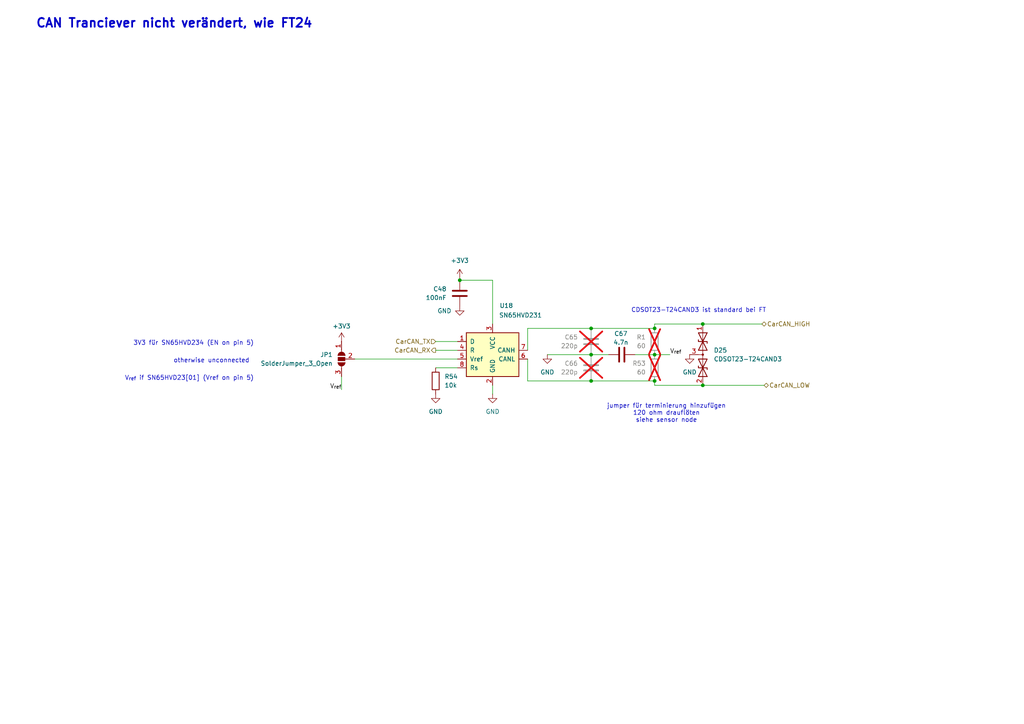
<source format=kicad_sch>
(kicad_sch
	(version 20231120)
	(generator "eeschema")
	(generator_version "8.0")
	(uuid "9190c4c5-63e1-4629-8db2-dfb6366efa21")
	(paper "A4")
	(lib_symbols
		(symbol "Device:C"
			(pin_numbers hide)
			(pin_names
				(offset 0.254)
			)
			(exclude_from_sim no)
			(in_bom yes)
			(on_board yes)
			(property "Reference" "C"
				(at 0.635 2.54 0)
				(effects
					(font
						(size 1.27 1.27)
					)
					(justify left)
				)
			)
			(property "Value" "C"
				(at 0.635 -2.54 0)
				(effects
					(font
						(size 1.27 1.27)
					)
					(justify left)
				)
			)
			(property "Footprint" ""
				(at 0.9652 -3.81 0)
				(effects
					(font
						(size 1.27 1.27)
					)
					(hide yes)
				)
			)
			(property "Datasheet" "~"
				(at 0 0 0)
				(effects
					(font
						(size 1.27 1.27)
					)
					(hide yes)
				)
			)
			(property "Description" "Unpolarized capacitor"
				(at 0 0 0)
				(effects
					(font
						(size 1.27 1.27)
					)
					(hide yes)
				)
			)
			(property "ki_keywords" "cap capacitor"
				(at 0 0 0)
				(effects
					(font
						(size 1.27 1.27)
					)
					(hide yes)
				)
			)
			(property "ki_fp_filters" "C_*"
				(at 0 0 0)
				(effects
					(font
						(size 1.27 1.27)
					)
					(hide yes)
				)
			)
			(symbol "C_0_1"
				(polyline
					(pts
						(xy -2.032 -0.762) (xy 2.032 -0.762)
					)
					(stroke
						(width 0.508)
						(type default)
					)
					(fill
						(type none)
					)
				)
				(polyline
					(pts
						(xy -2.032 0.762) (xy 2.032 0.762)
					)
					(stroke
						(width 0.508)
						(type default)
					)
					(fill
						(type none)
					)
				)
			)
			(symbol "C_1_1"
				(pin passive line
					(at 0 3.81 270)
					(length 2.794)
					(name "~"
						(effects
							(font
								(size 1.27 1.27)
							)
						)
					)
					(number "1"
						(effects
							(font
								(size 1.27 1.27)
							)
						)
					)
				)
				(pin passive line
					(at 0 -3.81 90)
					(length 2.794)
					(name "~"
						(effects
							(font
								(size 1.27 1.27)
							)
						)
					)
					(number "2"
						(effects
							(font
								(size 1.27 1.27)
							)
						)
					)
				)
			)
		)
		(symbol "Device:D_TVS_Dual_AAC"
			(pin_names
				(offset 1.016) hide)
			(exclude_from_sim no)
			(in_bom yes)
			(on_board yes)
			(property "Reference" "D"
				(at 0 4.445 0)
				(effects
					(font
						(size 1.27 1.27)
					)
				)
			)
			(property "Value" "D_TVS_Dual_AAC"
				(at 0 2.54 0)
				(effects
					(font
						(size 1.27 1.27)
					)
				)
			)
			(property "Footprint" ""
				(at -3.81 0 0)
				(effects
					(font
						(size 1.27 1.27)
					)
					(hide yes)
				)
			)
			(property "Datasheet" "~"
				(at -3.81 0 0)
				(effects
					(font
						(size 1.27 1.27)
					)
					(hide yes)
				)
			)
			(property "Description" "Bidirectional dual transient-voltage-suppression diode, center on pin 3"
				(at 0 0 0)
				(effects
					(font
						(size 1.27 1.27)
					)
					(hide yes)
				)
			)
			(property "ki_keywords" "diode TVS thyrector"
				(at 0 0 0)
				(effects
					(font
						(size 1.27 1.27)
					)
					(hide yes)
				)
			)
			(symbol "D_TVS_Dual_AAC_0_0"
				(polyline
					(pts
						(xy 0 -1.27) (xy 0 0)
					)
					(stroke
						(width 0)
						(type default)
					)
					(fill
						(type none)
					)
				)
			)
			(symbol "D_TVS_Dual_AAC_0_1"
				(polyline
					(pts
						(xy -6.35 0) (xy 6.35 0)
					)
					(stroke
						(width 0)
						(type default)
					)
					(fill
						(type none)
					)
				)
				(polyline
					(pts
						(xy -3.302 1.27) (xy -3.81 1.27) (xy -3.81 -1.27) (xy -4.318 -1.27)
					)
					(stroke
						(width 0.254)
						(type default)
					)
					(fill
						(type none)
					)
				)
				(polyline
					(pts
						(xy 4.318 1.27) (xy 3.81 1.27) (xy 3.81 -1.27) (xy 3.302 -1.27)
					)
					(stroke
						(width 0.254)
						(type default)
					)
					(fill
						(type none)
					)
				)
				(polyline
					(pts
						(xy -6.35 1.27) (xy -1.27 -1.27) (xy -1.27 1.27) (xy -6.35 -1.27) (xy -6.35 1.27)
					)
					(stroke
						(width 0.254)
						(type default)
					)
					(fill
						(type none)
					)
				)
				(polyline
					(pts
						(xy 6.35 1.27) (xy 1.27 -1.27) (xy 1.27 1.27) (xy 6.35 -1.27) (xy 6.35 1.27)
					)
					(stroke
						(width 0.254)
						(type default)
					)
					(fill
						(type none)
					)
				)
				(circle
					(center 0 0)
					(radius 0.254)
					(stroke
						(width 0)
						(type default)
					)
					(fill
						(type outline)
					)
				)
			)
			(symbol "D_TVS_Dual_AAC_1_1"
				(pin passive line
					(at -8.89 0 0)
					(length 2.54)
					(name "A1"
						(effects
							(font
								(size 1.27 1.27)
							)
						)
					)
					(number "1"
						(effects
							(font
								(size 1.27 1.27)
							)
						)
					)
				)
				(pin passive line
					(at 8.89 0 180)
					(length 2.54)
					(name "A2"
						(effects
							(font
								(size 1.27 1.27)
							)
						)
					)
					(number "2"
						(effects
							(font
								(size 1.27 1.27)
							)
						)
					)
				)
				(pin passive line
					(at 0 -3.81 90)
					(length 2.54)
					(name "common"
						(effects
							(font
								(size 1.27 1.27)
							)
						)
					)
					(number "3"
						(effects
							(font
								(size 1.27 1.27)
							)
						)
					)
				)
			)
		)
		(symbol "Device:R"
			(pin_numbers hide)
			(pin_names
				(offset 0)
			)
			(exclude_from_sim no)
			(in_bom yes)
			(on_board yes)
			(property "Reference" "R"
				(at 2.032 0 90)
				(effects
					(font
						(size 1.27 1.27)
					)
				)
			)
			(property "Value" "R"
				(at 0 0 90)
				(effects
					(font
						(size 1.27 1.27)
					)
				)
			)
			(property "Footprint" ""
				(at -1.778 0 90)
				(effects
					(font
						(size 1.27 1.27)
					)
					(hide yes)
				)
			)
			(property "Datasheet" "~"
				(at 0 0 0)
				(effects
					(font
						(size 1.27 1.27)
					)
					(hide yes)
				)
			)
			(property "Description" "Resistor"
				(at 0 0 0)
				(effects
					(font
						(size 1.27 1.27)
					)
					(hide yes)
				)
			)
			(property "ki_keywords" "R res resistor"
				(at 0 0 0)
				(effects
					(font
						(size 1.27 1.27)
					)
					(hide yes)
				)
			)
			(property "ki_fp_filters" "R_*"
				(at 0 0 0)
				(effects
					(font
						(size 1.27 1.27)
					)
					(hide yes)
				)
			)
			(symbol "R_0_1"
				(rectangle
					(start -1.016 -2.54)
					(end 1.016 2.54)
					(stroke
						(width 0.254)
						(type default)
					)
					(fill
						(type none)
					)
				)
			)
			(symbol "R_1_1"
				(pin passive line
					(at 0 3.81 270)
					(length 1.27)
					(name "~"
						(effects
							(font
								(size 1.27 1.27)
							)
						)
					)
					(number "1"
						(effects
							(font
								(size 1.27 1.27)
							)
						)
					)
				)
				(pin passive line
					(at 0 -3.81 90)
					(length 1.27)
					(name "~"
						(effects
							(font
								(size 1.27 1.27)
							)
						)
					)
					(number "2"
						(effects
							(font
								(size 1.27 1.27)
							)
						)
					)
				)
			)
		)
		(symbol "Interface_CAN_LIN:SN65HVD231"
			(pin_names
				(offset 1.016)
			)
			(exclude_from_sim no)
			(in_bom yes)
			(on_board yes)
			(property "Reference" "U"
				(at -2.54 10.16 0)
				(effects
					(font
						(size 1.27 1.27)
					)
					(justify right)
				)
			)
			(property "Value" "SN65HVD231"
				(at -2.54 7.62 0)
				(effects
					(font
						(size 1.27 1.27)
					)
					(justify right)
				)
			)
			(property "Footprint" "Package_SO:SOIC-8_3.9x4.9mm_P1.27mm"
				(at 0 -12.7 0)
				(effects
					(font
						(size 1.27 1.27)
					)
					(hide yes)
				)
			)
			(property "Datasheet" "http://www.ti.com/lit/ds/symlink/sn65hvd230.pdf"
				(at -2.54 10.16 0)
				(effects
					(font
						(size 1.27 1.27)
					)
					(hide yes)
				)
			)
			(property "Description" "CAN Bus Transceivers, 3.3V, 1Mbps,Ultra Low-Power capabilities, SOIC-8"
				(at 0 0 0)
				(effects
					(font
						(size 1.27 1.27)
					)
					(hide yes)
				)
			)
			(property "ki_keywords" "can transeiver ti ulp low-power"
				(at 0 0 0)
				(effects
					(font
						(size 1.27 1.27)
					)
					(hide yes)
				)
			)
			(property "ki_fp_filters" "SOIC*3.9x4.9mm*P1.27mm*"
				(at 0 0 0)
				(effects
					(font
						(size 1.27 1.27)
					)
					(hide yes)
				)
			)
			(symbol "SN65HVD231_0_1"
				(rectangle
					(start -7.62 5.08)
					(end 7.62 -7.62)
					(stroke
						(width 0.254)
						(type default)
					)
					(fill
						(type background)
					)
				)
			)
			(symbol "SN65HVD231_1_1"
				(pin input line
					(at -10.16 2.54 0)
					(length 2.54)
					(name "D"
						(effects
							(font
								(size 1.27 1.27)
							)
						)
					)
					(number "1"
						(effects
							(font
								(size 1.27 1.27)
							)
						)
					)
				)
				(pin power_in line
					(at 0 -10.16 90)
					(length 2.54)
					(name "GND"
						(effects
							(font
								(size 1.27 1.27)
							)
						)
					)
					(number "2"
						(effects
							(font
								(size 1.27 1.27)
							)
						)
					)
				)
				(pin power_in line
					(at 0 7.62 270)
					(length 2.54)
					(name "VCC"
						(effects
							(font
								(size 1.27 1.27)
							)
						)
					)
					(number "3"
						(effects
							(font
								(size 1.27 1.27)
							)
						)
					)
				)
				(pin output line
					(at -10.16 0 0)
					(length 2.54)
					(name "R"
						(effects
							(font
								(size 1.27 1.27)
							)
						)
					)
					(number "4"
						(effects
							(font
								(size 1.27 1.27)
							)
						)
					)
				)
				(pin output line
					(at -10.16 -2.54 0)
					(length 2.54)
					(name "Vref"
						(effects
							(font
								(size 1.27 1.27)
							)
						)
					)
					(number "5"
						(effects
							(font
								(size 1.27 1.27)
							)
						)
					)
				)
				(pin bidirectional line
					(at 10.16 -2.54 180)
					(length 2.54)
					(name "CANL"
						(effects
							(font
								(size 1.27 1.27)
							)
						)
					)
					(number "6"
						(effects
							(font
								(size 1.27 1.27)
							)
						)
					)
				)
				(pin bidirectional line
					(at 10.16 0 180)
					(length 2.54)
					(name "CANH"
						(effects
							(font
								(size 1.27 1.27)
							)
						)
					)
					(number "7"
						(effects
							(font
								(size 1.27 1.27)
							)
						)
					)
				)
				(pin input line
					(at -10.16 -5.08 0)
					(length 2.54)
					(name "Rs"
						(effects
							(font
								(size 1.27 1.27)
							)
						)
					)
					(number "8"
						(effects
							(font
								(size 1.27 1.27)
							)
						)
					)
				)
			)
		)
		(symbol "Jumper:SolderJumper_3_Open"
			(pin_names
				(offset 0) hide)
			(exclude_from_sim no)
			(in_bom yes)
			(on_board yes)
			(property "Reference" "JP"
				(at -2.54 -2.54 0)
				(effects
					(font
						(size 1.27 1.27)
					)
				)
			)
			(property "Value" "SolderJumper_3_Open"
				(at 0 2.794 0)
				(effects
					(font
						(size 1.27 1.27)
					)
				)
			)
			(property "Footprint" ""
				(at 0 0 0)
				(effects
					(font
						(size 1.27 1.27)
					)
					(hide yes)
				)
			)
			(property "Datasheet" "~"
				(at 0 0 0)
				(effects
					(font
						(size 1.27 1.27)
					)
					(hide yes)
				)
			)
			(property "Description" "Solder Jumper, 3-pole, open"
				(at 0 0 0)
				(effects
					(font
						(size 1.27 1.27)
					)
					(hide yes)
				)
			)
			(property "ki_keywords" "Solder Jumper SPDT"
				(at 0 0 0)
				(effects
					(font
						(size 1.27 1.27)
					)
					(hide yes)
				)
			)
			(property "ki_fp_filters" "SolderJumper*Open*"
				(at 0 0 0)
				(effects
					(font
						(size 1.27 1.27)
					)
					(hide yes)
				)
			)
			(symbol "SolderJumper_3_Open_0_1"
				(arc
					(start -1.016 1.016)
					(mid -2.0276 0)
					(end -1.016 -1.016)
					(stroke
						(width 0)
						(type default)
					)
					(fill
						(type none)
					)
				)
				(arc
					(start -1.016 1.016)
					(mid -2.0276 0)
					(end -1.016 -1.016)
					(stroke
						(width 0)
						(type default)
					)
					(fill
						(type outline)
					)
				)
				(rectangle
					(start -0.508 1.016)
					(end 0.508 -1.016)
					(stroke
						(width 0)
						(type default)
					)
					(fill
						(type outline)
					)
				)
				(polyline
					(pts
						(xy -2.54 0) (xy -2.032 0)
					)
					(stroke
						(width 0)
						(type default)
					)
					(fill
						(type none)
					)
				)
				(polyline
					(pts
						(xy -1.016 1.016) (xy -1.016 -1.016)
					)
					(stroke
						(width 0)
						(type default)
					)
					(fill
						(type none)
					)
				)
				(polyline
					(pts
						(xy 0 -1.27) (xy 0 -1.016)
					)
					(stroke
						(width 0)
						(type default)
					)
					(fill
						(type none)
					)
				)
				(polyline
					(pts
						(xy 1.016 1.016) (xy 1.016 -1.016)
					)
					(stroke
						(width 0)
						(type default)
					)
					(fill
						(type none)
					)
				)
				(polyline
					(pts
						(xy 2.54 0) (xy 2.032 0)
					)
					(stroke
						(width 0)
						(type default)
					)
					(fill
						(type none)
					)
				)
				(arc
					(start 1.016 -1.016)
					(mid 2.0276 0)
					(end 1.016 1.016)
					(stroke
						(width 0)
						(type default)
					)
					(fill
						(type none)
					)
				)
				(arc
					(start 1.016 -1.016)
					(mid 2.0276 0)
					(end 1.016 1.016)
					(stroke
						(width 0)
						(type default)
					)
					(fill
						(type outline)
					)
				)
			)
			(symbol "SolderJumper_3_Open_1_1"
				(pin passive line
					(at -5.08 0 0)
					(length 2.54)
					(name "A"
						(effects
							(font
								(size 1.27 1.27)
							)
						)
					)
					(number "1"
						(effects
							(font
								(size 1.27 1.27)
							)
						)
					)
				)
				(pin passive line
					(at 0 -3.81 90)
					(length 2.54)
					(name "C"
						(effects
							(font
								(size 1.27 1.27)
							)
						)
					)
					(number "2"
						(effects
							(font
								(size 1.27 1.27)
							)
						)
					)
				)
				(pin passive line
					(at 5.08 0 180)
					(length 2.54)
					(name "B"
						(effects
							(font
								(size 1.27 1.27)
							)
						)
					)
					(number "3"
						(effects
							(font
								(size 1.27 1.27)
							)
						)
					)
				)
			)
		)
		(symbol "power:+3V3"
			(power)
			(pin_numbers hide)
			(pin_names
				(offset 0) hide)
			(exclude_from_sim no)
			(in_bom yes)
			(on_board yes)
			(property "Reference" "#PWR"
				(at 0 -3.81 0)
				(effects
					(font
						(size 1.27 1.27)
					)
					(hide yes)
				)
			)
			(property "Value" "+3V3"
				(at 0 3.556 0)
				(effects
					(font
						(size 1.27 1.27)
					)
				)
			)
			(property "Footprint" ""
				(at 0 0 0)
				(effects
					(font
						(size 1.27 1.27)
					)
					(hide yes)
				)
			)
			(property "Datasheet" ""
				(at 0 0 0)
				(effects
					(font
						(size 1.27 1.27)
					)
					(hide yes)
				)
			)
			(property "Description" "Power symbol creates a global label with name \"+3V3\""
				(at 0 0 0)
				(effects
					(font
						(size 1.27 1.27)
					)
					(hide yes)
				)
			)
			(property "ki_keywords" "global power"
				(at 0 0 0)
				(effects
					(font
						(size 1.27 1.27)
					)
					(hide yes)
				)
			)
			(symbol "+3V3_0_1"
				(polyline
					(pts
						(xy -0.762 1.27) (xy 0 2.54)
					)
					(stroke
						(width 0)
						(type default)
					)
					(fill
						(type none)
					)
				)
				(polyline
					(pts
						(xy 0 0) (xy 0 2.54)
					)
					(stroke
						(width 0)
						(type default)
					)
					(fill
						(type none)
					)
				)
				(polyline
					(pts
						(xy 0 2.54) (xy 0.762 1.27)
					)
					(stroke
						(width 0)
						(type default)
					)
					(fill
						(type none)
					)
				)
			)
			(symbol "+3V3_1_1"
				(pin power_in line
					(at 0 0 90)
					(length 0)
					(name "~"
						(effects
							(font
								(size 1.27 1.27)
							)
						)
					)
					(number "1"
						(effects
							(font
								(size 1.27 1.27)
							)
						)
					)
				)
			)
		)
		(symbol "power:GND"
			(power)
			(pin_numbers hide)
			(pin_names
				(offset 0) hide)
			(exclude_from_sim no)
			(in_bom yes)
			(on_board yes)
			(property "Reference" "#PWR"
				(at 0 -6.35 0)
				(effects
					(font
						(size 1.27 1.27)
					)
					(hide yes)
				)
			)
			(property "Value" "GND"
				(at 0 -3.81 0)
				(effects
					(font
						(size 1.27 1.27)
					)
				)
			)
			(property "Footprint" ""
				(at 0 0 0)
				(effects
					(font
						(size 1.27 1.27)
					)
					(hide yes)
				)
			)
			(property "Datasheet" ""
				(at 0 0 0)
				(effects
					(font
						(size 1.27 1.27)
					)
					(hide yes)
				)
			)
			(property "Description" "Power symbol creates a global label with name \"GND\" , ground"
				(at 0 0 0)
				(effects
					(font
						(size 1.27 1.27)
					)
					(hide yes)
				)
			)
			(property "ki_keywords" "global power"
				(at 0 0 0)
				(effects
					(font
						(size 1.27 1.27)
					)
					(hide yes)
				)
			)
			(symbol "GND_0_1"
				(polyline
					(pts
						(xy 0 0) (xy 0 -1.27) (xy 1.27 -1.27) (xy 0 -2.54) (xy -1.27 -1.27) (xy 0 -1.27)
					)
					(stroke
						(width 0)
						(type default)
					)
					(fill
						(type none)
					)
				)
			)
			(symbol "GND_1_1"
				(pin power_in line
					(at 0 0 270)
					(length 0)
					(name "~"
						(effects
							(font
								(size 1.27 1.27)
							)
						)
					)
					(number "1"
						(effects
							(font
								(size 1.27 1.27)
							)
						)
					)
				)
			)
		)
	)
	(junction
		(at 189.865 95.25)
		(diameter 0)
		(color 0 0 0 0)
		(uuid "6692643b-1551-4d66-b59f-1f19cbbd50c2")
	)
	(junction
		(at 203.835 111.76)
		(diameter 0)
		(color 0 0 0 0)
		(uuid "7b872a2b-fa11-42f6-a519-5832243ad2bc")
	)
	(junction
		(at 171.45 110.49)
		(diameter 0)
		(color 0 0 0 0)
		(uuid "7f844039-f341-4916-8ad7-d5c2f6755edc")
	)
	(junction
		(at 189.865 110.49)
		(diameter 0)
		(color 0 0 0 0)
		(uuid "ab67573d-e89a-4b61-a577-44839879fc81")
	)
	(junction
		(at 171.45 95.25)
		(diameter 0)
		(color 0 0 0 0)
		(uuid "d9080f43-9120-4e40-8b0c-171671113df6")
	)
	(junction
		(at 171.45 102.87)
		(diameter 0)
		(color 0 0 0 0)
		(uuid "e945b967-bd89-4cc5-9ddf-3789f188e66d")
	)
	(junction
		(at 133.35 81.28)
		(diameter 0)
		(color 0 0 0 0)
		(uuid "efb45b70-fefd-4fb9-948e-a1d098d32e79")
	)
	(junction
		(at 189.865 102.87)
		(diameter 0)
		(color 0 0 0 0)
		(uuid "f3e19f54-f172-4ec0-96ca-64bd651ebac6")
	)
	(junction
		(at 203.835 93.98)
		(diameter 0)
		(color 0 0 0 0)
		(uuid "fe73dd1e-39d5-4d14-80bf-0cfe51662d16")
	)
	(wire
		(pts
			(xy 189.865 110.49) (xy 171.45 110.49)
		)
		(stroke
			(width 0)
			(type default)
		)
		(uuid "00058622-198e-4754-8935-908fd8a67b6b")
	)
	(wire
		(pts
			(xy 126.365 99.06) (xy 132.715 99.06)
		)
		(stroke
			(width 0)
			(type default)
		)
		(uuid "0a642ddc-2a4b-4f45-bac1-166a67596ab3")
	)
	(wire
		(pts
			(xy 99.06 113.03) (xy 99.06 109.22)
		)
		(stroke
			(width 0)
			(type default)
		)
		(uuid "24d23dbf-4be8-4ef6-a8f2-8a9fc95a0ed7")
	)
	(wire
		(pts
			(xy 142.875 114.3) (xy 142.875 111.76)
		)
		(stroke
			(width 0)
			(type default)
		)
		(uuid "5722a3b5-3b54-48b0-aa35-231d64435cfa")
	)
	(wire
		(pts
			(xy 176.53 102.87) (xy 171.45 102.87)
		)
		(stroke
			(width 0)
			(type default)
		)
		(uuid "59b5244d-2a9f-4a60-9dc9-7eb2f432075c")
	)
	(wire
		(pts
			(xy 132.715 104.14) (xy 102.87 104.14)
		)
		(stroke
			(width 0)
			(type default)
		)
		(uuid "5abf4ead-bb88-475c-9594-1de13d37914f")
	)
	(wire
		(pts
			(xy 194.31 102.87) (xy 189.865 102.87)
		)
		(stroke
			(width 0)
			(type default)
		)
		(uuid "61275da5-4cf8-4e46-8569-940c9894815d")
	)
	(wire
		(pts
			(xy 153.035 110.49) (xy 171.45 110.49)
		)
		(stroke
			(width 0)
			(type default)
		)
		(uuid "7013c017-2961-4a31-8e89-b37f84dd4bd1")
	)
	(wire
		(pts
			(xy 203.835 93.98) (xy 220.98 93.98)
		)
		(stroke
			(width 0)
			(type default)
		)
		(uuid "71e7b61d-68d4-4984-aee0-06fa3f98f353")
	)
	(wire
		(pts
			(xy 126.365 101.6) (xy 132.715 101.6)
		)
		(stroke
			(width 0)
			(type default)
		)
		(uuid "72c694d5-903b-4575-9426-619ca646785a")
	)
	(wire
		(pts
			(xy 153.035 104.14) (xy 153.035 110.49)
		)
		(stroke
			(width 0)
			(type default)
		)
		(uuid "7e25e8ff-0187-44f9-935e-cd67102f21b1")
	)
	(wire
		(pts
			(xy 189.865 93.98) (xy 189.865 95.25)
		)
		(stroke
			(width 0)
			(type default)
		)
		(uuid "86eb5745-e891-48b3-90cc-e801b540421b")
	)
	(wire
		(pts
			(xy 133.35 80.645) (xy 133.35 81.28)
		)
		(stroke
			(width 0)
			(type default)
		)
		(uuid "9597851a-1b48-4ef5-acd1-6f2079666d7b")
	)
	(wire
		(pts
			(xy 189.865 111.76) (xy 203.835 111.76)
		)
		(stroke
			(width 0)
			(type default)
		)
		(uuid "9739c444-5a72-4273-8557-260e467709e6")
	)
	(wire
		(pts
			(xy 126.365 106.68) (xy 132.715 106.68)
		)
		(stroke
			(width 0)
			(type default)
		)
		(uuid "a24946ae-0fc3-425c-80cb-259505702da1")
	)
	(wire
		(pts
			(xy 171.45 102.87) (xy 158.75 102.87)
		)
		(stroke
			(width 0)
			(type default)
		)
		(uuid "a562c59c-ad59-4046-b540-ffee51a6fb18")
	)
	(wire
		(pts
			(xy 189.865 102.87) (xy 184.15 102.87)
		)
		(stroke
			(width 0)
			(type default)
		)
		(uuid "ad32708c-9c5a-4266-86f2-d87dd9d0506f")
	)
	(wire
		(pts
			(xy 203.835 111.76) (xy 221.615 111.76)
		)
		(stroke
			(width 0)
			(type default)
		)
		(uuid "c209a855-38d4-40b8-a44f-b27e1c2929ad")
	)
	(wire
		(pts
			(xy 142.875 81.28) (xy 133.35 81.28)
		)
		(stroke
			(width 0)
			(type default)
		)
		(uuid "c29e2090-fe04-4e1f-a68b-4722bd49130d")
	)
	(wire
		(pts
			(xy 189.865 95.25) (xy 171.45 95.25)
		)
		(stroke
			(width 0)
			(type default)
		)
		(uuid "c75424c7-90c6-463b-bb60-9cfe6edd0235")
	)
	(wire
		(pts
			(xy 142.875 81.28) (xy 142.875 93.98)
		)
		(stroke
			(width 0)
			(type default)
		)
		(uuid "cfcc4794-a4b3-4524-b532-616137ba3905")
	)
	(wire
		(pts
			(xy 189.865 111.76) (xy 189.865 110.49)
		)
		(stroke
			(width 0)
			(type default)
		)
		(uuid "d02c2a9a-5567-4e7a-bfe3-25206928e679")
	)
	(wire
		(pts
			(xy 153.035 101.6) (xy 153.035 95.25)
		)
		(stroke
			(width 0)
			(type default)
		)
		(uuid "ec49d497-9763-4eaa-973e-5034f6b1ddf7")
	)
	(wire
		(pts
			(xy 153.035 95.25) (xy 171.45 95.25)
		)
		(stroke
			(width 0)
			(type default)
		)
		(uuid "f0bb57a0-72c6-40f5-8a79-8b03d341ac77")
	)
	(wire
		(pts
			(xy 189.865 93.98) (xy 203.835 93.98)
		)
		(stroke
			(width 0)
			(type default)
		)
		(uuid "ff5d752d-5116-4a78-82e8-9e9d7f7bb98f")
	)
	(text "CDSOT23-T24CAND3 ist standard bei FT"
		(exclude_from_sim no)
		(at 222.25 90.805 0)
		(effects
			(font
				(size 1.27 1.27)
			)
			(justify right bottom)
		)
		(uuid "44d782a2-460b-4a59-b935-b124107f5fb1")
	)
	(text "otherwise unconnected"
		(exclude_from_sim no)
		(at 72.39 105.41 0)
		(effects
			(font
				(size 1.27 1.27)
			)
			(justify right bottom)
		)
		(uuid "48bfe87c-ff6c-4fd1-bd68-38b5ed3f39d4")
	)
	(text "V_{ref} if SN65HVD23[01] (Vref on pin 5)"
		(exclude_from_sim no)
		(at 73.66 110.49 0)
		(effects
			(font
				(size 1.27 1.27)
			)
			(justify right bottom)
		)
		(uuid "53319007-0eda-4ee5-b56d-1b3aea1c3852")
	)
	(text "CAN Tranciever nicht verändert, wie FT24"
		(exclude_from_sim no)
		(at 50.546 6.858 0)
		(effects
			(font
				(size 2.54 2.54)
				(thickness 0.508)
				(bold yes)
			)
		)
		(uuid "7c4c10d3-d0e5-45ad-b1fb-4cb57f65a9d4")
	)
	(text "jumper für terminierung hinzufügen\n120 ohm drauflöten\nsiehe sensor node"
		(exclude_from_sim no)
		(at 193.294 119.888 0)
		(effects
			(font
				(size 1.27 1.27)
			)
		)
		(uuid "9cf3ecd3-8465-4926-9c5d-7f773db7c9ae")
	)
	(text "3V3 für SN65HVD234 (EN on pin 5)"
		(exclude_from_sim no)
		(at 73.66 100.33 0)
		(effects
			(font
				(size 1.27 1.27)
			)
			(justify right bottom)
		)
		(uuid "a8d198a1-8728-4bad-b68e-8cc78e48069b")
	)
	(label "V_{ref}"
		(at 194.31 102.87 0)
		(fields_autoplaced yes)
		(effects
			(font
				(size 1.27 1.27)
			)
			(justify left bottom)
		)
		(uuid "4c570200-f3de-4c84-8e7c-84c2eb880ab7")
	)
	(label "V_{ref}"
		(at 99.06 113.03 180)
		(fields_autoplaced yes)
		(effects
			(font
				(size 1.27 1.27)
			)
			(justify right bottom)
		)
		(uuid "af217c06-2e82-447d-8e94-464b9f4c363f")
	)
	(hierarchical_label "CarCAN_HIGH"
		(shape bidirectional)
		(at 220.98 93.98 0)
		(fields_autoplaced yes)
		(effects
			(font
				(size 1.27 1.27)
			)
			(justify left)
		)
		(uuid "8b02c736-149c-4b2d-9487-e5bcf38bcc5c")
	)
	(hierarchical_label "CarCAN_RX"
		(shape output)
		(at 126.365 101.6 180)
		(fields_autoplaced yes)
		(effects
			(font
				(size 1.27 1.27)
			)
			(justify right)
		)
		(uuid "c1249ca2-0c12-4cbf-aaad-b24c0088b4c7")
	)
	(hierarchical_label "CarCAN_TX"
		(shape input)
		(at 126.365 99.06 180)
		(fields_autoplaced yes)
		(effects
			(font
				(size 1.27 1.27)
			)
			(justify right)
		)
		(uuid "ca222747-e7d9-4f39-af2b-9b0b1a10f1f2")
	)
	(hierarchical_label "CarCAN_LOW"
		(shape bidirectional)
		(at 221.615 111.76 0)
		(fields_autoplaced yes)
		(effects
			(font
				(size 1.27 1.27)
			)
			(justify left)
		)
		(uuid "e745baf4-05fb-471c-8b09-51a7c8aa07e8")
	)
	(symbol
		(lib_id "Jumper:SolderJumper_3_Open")
		(at 99.06 104.14 90)
		(mirror x)
		(unit 1)
		(exclude_from_sim no)
		(in_bom yes)
		(on_board yes)
		(dnp no)
		(fields_autoplaced yes)
		(uuid "18943896-06a5-44c9-a8d3-0357a6a00c95")
		(property "Reference" "JP1"
			(at 96.52 102.87 90)
			(effects
				(font
					(size 1.27 1.27)
				)
				(justify left)
			)
		)
		(property "Value" "SolderJumper_3_Open"
			(at 96.52 105.41 90)
			(effects
				(font
					(size 1.27 1.27)
				)
				(justify left)
			)
		)
		(property "Footprint" "Jumper:SolderJumper-3_P1.3mm_Open_RoundedPad1.0x1.5mm_NumberLabels"
			(at 99.06 104.14 0)
			(effects
				(font
					(size 1.27 1.27)
				)
				(hide yes)
			)
		)
		(property "Datasheet" "~"
			(at 99.06 104.14 0)
			(effects
				(font
					(size 1.27 1.27)
				)
				(hide yes)
			)
		)
		(property "Description" "Solder Jumper, 3-pole, open"
			(at 99.06 104.14 0)
			(effects
				(font
					(size 1.27 1.27)
				)
				(hide yes)
			)
		)
		(pin "1"
			(uuid "6d811a15-8f68-4739-b293-5389977f501a")
		)
		(pin "3"
			(uuid "9931da91-7942-4f67-892f-68bd74d089c2")
		)
		(pin "2"
			(uuid "e6878797-80a1-47f3-ae49-f1e7cf13af9e")
		)
		(instances
			(project "LVBMS"
				(path "/7e6153c6-9bda-478e-a814-ab2130d6c479/f78e2f7e-5dea-4de6-be8c-813a31e136da"
					(reference "JP1")
					(unit 1)
				)
			)
			(project "Master_FT25"
				(path "/e63e39d7-6ac0-4ffd-8aa3-1841a4541b55/c358f375-f19f-4341-b85b-3ee34c210f74"
					(reference "JP1")
					(unit 1)
				)
			)
		)
	)
	(symbol
		(lib_id "Device:R")
		(at 189.865 99.06 0)
		(mirror y)
		(unit 1)
		(exclude_from_sim no)
		(in_bom yes)
		(on_board yes)
		(dnp yes)
		(fields_autoplaced yes)
		(uuid "1c003fe5-e3a4-4184-a998-4f714ade162e")
		(property "Reference" "R1"
			(at 187.325 97.79 0)
			(effects
				(font
					(size 1.27 1.27)
				)
				(justify left)
			)
		)
		(property "Value" "60"
			(at 187.325 100.33 0)
			(effects
				(font
					(size 1.27 1.27)
				)
				(justify left)
			)
		)
		(property "Footprint" "Resistor_SMD:R_0603_1608Metric"
			(at 191.643 99.06 90)
			(effects
				(font
					(size 1.27 1.27)
				)
				(hide yes)
			)
		)
		(property "Datasheet" "~"
			(at 189.865 99.06 0)
			(effects
				(font
					(size 1.27 1.27)
				)
				(hide yes)
			)
		)
		(property "Description" "Resistor"
			(at 189.865 99.06 0)
			(effects
				(font
					(size 1.27 1.27)
				)
				(hide yes)
			)
		)
		(pin "2"
			(uuid "0c2cc6b5-7b08-44f6-bb31-4a2ff08f3862")
		)
		(pin "1"
			(uuid "dc4db02d-a65a-4353-8e19-a15d57790fe3")
		)
		(instances
			(project "LVBMS"
				(path "/7e6153c6-9bda-478e-a814-ab2130d6c479/f78e2f7e-5dea-4de6-be8c-813a31e136da"
					(reference "R1")
					(unit 1)
				)
			)
			(project "Master_FT25"
				(path "/e63e39d7-6ac0-4ffd-8aa3-1841a4541b55/c358f375-f19f-4341-b85b-3ee34c210f74"
					(reference "R81")
					(unit 1)
				)
			)
		)
	)
	(symbol
		(lib_id "Device:R")
		(at 189.865 106.68 0)
		(mirror y)
		(unit 1)
		(exclude_from_sim no)
		(in_bom yes)
		(on_board yes)
		(dnp yes)
		(fields_autoplaced yes)
		(uuid "2438df63-da0c-4b58-ae0e-521a88cc0d2d")
		(property "Reference" "R53"
			(at 187.325 105.41 0)
			(effects
				(font
					(size 1.27 1.27)
				)
				(justify left)
			)
		)
		(property "Value" "60"
			(at 187.325 107.95 0)
			(effects
				(font
					(size 1.27 1.27)
				)
				(justify left)
			)
		)
		(property "Footprint" "Resistor_SMD:R_0603_1608Metric"
			(at 191.643 106.68 90)
			(effects
				(font
					(size 1.27 1.27)
				)
				(hide yes)
			)
		)
		(property "Datasheet" "~"
			(at 189.865 106.68 0)
			(effects
				(font
					(size 1.27 1.27)
				)
				(hide yes)
			)
		)
		(property "Description" "Resistor"
			(at 189.865 106.68 0)
			(effects
				(font
					(size 1.27 1.27)
				)
				(hide yes)
			)
		)
		(pin "2"
			(uuid "fbd9dd58-ddcf-4a16-aec8-4c3da3642204")
		)
		(pin "1"
			(uuid "05726693-bd5f-449f-a7e0-2d9d1731800c")
		)
		(instances
			(project "LVBMS"
				(path "/7e6153c6-9bda-478e-a814-ab2130d6c479/f78e2f7e-5dea-4de6-be8c-813a31e136da"
					(reference "R53")
					(unit 1)
				)
			)
			(project "Master_FT25"
				(path "/e63e39d7-6ac0-4ffd-8aa3-1841a4541b55/c358f375-f19f-4341-b85b-3ee34c210f74"
					(reference "R82")
					(unit 1)
				)
			)
		)
	)
	(symbol
		(lib_id "Device:C")
		(at 171.45 106.68 0)
		(mirror y)
		(unit 1)
		(exclude_from_sim no)
		(in_bom yes)
		(on_board yes)
		(dnp yes)
		(fields_autoplaced yes)
		(uuid "24d4ddec-d34a-4ce6-915e-c1265553690c")
		(property "Reference" "C66"
			(at 167.64 105.41 0)
			(effects
				(font
					(size 1.27 1.27)
				)
				(justify left)
			)
		)
		(property "Value" "220p"
			(at 167.64 107.95 0)
			(effects
				(font
					(size 1.27 1.27)
				)
				(justify left)
			)
		)
		(property "Footprint" "Capacitor_SMD:C_0603_1608Metric"
			(at 170.4848 110.49 0)
			(effects
				(font
					(size 1.27 1.27)
				)
				(hide yes)
			)
		)
		(property "Datasheet" "~"
			(at 171.45 106.68 0)
			(effects
				(font
					(size 1.27 1.27)
				)
				(hide yes)
			)
		)
		(property "Description" "Unpolarized capacitor"
			(at 171.45 106.68 0)
			(effects
				(font
					(size 1.27 1.27)
				)
				(hide yes)
			)
		)
		(pin "1"
			(uuid "c4330864-bf54-4c4f-845f-36411ac8ca49")
		)
		(pin "2"
			(uuid "71fe0235-9be6-4662-87f7-9a26f990e126")
		)
		(instances
			(project "LVBMS"
				(path "/7e6153c6-9bda-478e-a814-ab2130d6c479/f78e2f7e-5dea-4de6-be8c-813a31e136da"
					(reference "C66")
					(unit 1)
				)
			)
			(project "Master_FT25"
				(path "/e63e39d7-6ac0-4ffd-8aa3-1841a4541b55/c358f375-f19f-4341-b85b-3ee34c210f74"
					(reference "C39")
					(unit 1)
				)
			)
		)
	)
	(symbol
		(lib_id "Device:R")
		(at 126.365 110.49 0)
		(unit 1)
		(exclude_from_sim no)
		(in_bom yes)
		(on_board yes)
		(dnp no)
		(uuid "268d5728-0bf7-4907-809c-ac3de62296c3")
		(property "Reference" "R54"
			(at 128.905 109.22 0)
			(effects
				(font
					(size 1.27 1.27)
				)
				(justify left)
			)
		)
		(property "Value" "10k"
			(at 128.905 111.76 0)
			(effects
				(font
					(size 1.27 1.27)
				)
				(justify left)
			)
		)
		(property "Footprint" "Resistor_SMD:R_0603_1608Metric"
			(at 124.587 110.49 90)
			(effects
				(font
					(size 1.27 1.27)
				)
				(hide yes)
			)
		)
		(property "Datasheet" "~"
			(at 126.365 110.49 0)
			(effects
				(font
					(size 1.27 1.27)
				)
				(hide yes)
			)
		)
		(property "Description" "Resistor"
			(at 126.365 110.49 0)
			(effects
				(font
					(size 1.27 1.27)
				)
				(hide yes)
			)
		)
		(pin "2"
			(uuid "c72d3fd9-5408-4c21-928a-d3c19a04a385")
		)
		(pin "1"
			(uuid "51f8f41c-dcf5-4344-a149-a45926fa5db9")
		)
		(instances
			(project "LVBMS"
				(path "/7e6153c6-9bda-478e-a814-ab2130d6c479/f78e2f7e-5dea-4de6-be8c-813a31e136da"
					(reference "R54")
					(unit 1)
				)
			)
			(project "Master_FT25"
				(path "/e63e39d7-6ac0-4ffd-8aa3-1841a4541b55/c358f375-f19f-4341-b85b-3ee34c210f74"
					(reference "R80")
					(unit 1)
				)
			)
		)
	)
	(symbol
		(lib_id "power:GND")
		(at 142.875 114.3 0)
		(mirror y)
		(unit 1)
		(exclude_from_sim no)
		(in_bom yes)
		(on_board yes)
		(dnp no)
		(fields_autoplaced yes)
		(uuid "2fb0b3fe-7427-4a32-ab56-f4f6065ba84e")
		(property "Reference" "#PWR029"
			(at 142.875 120.65 0)
			(effects
				(font
					(size 1.27 1.27)
				)
				(hide yes)
			)
		)
		(property "Value" "GND"
			(at 142.875 119.38 0)
			(effects
				(font
					(size 1.27 1.27)
				)
			)
		)
		(property "Footprint" ""
			(at 142.875 114.3 0)
			(effects
				(font
					(size 1.27 1.27)
				)
				(hide yes)
			)
		)
		(property "Datasheet" ""
			(at 142.875 114.3 0)
			(effects
				(font
					(size 1.27 1.27)
				)
				(hide yes)
			)
		)
		(property "Description" "Power symbol creates a global label with name \"GND\" , ground"
			(at 142.875 114.3 0)
			(effects
				(font
					(size 1.27 1.27)
				)
				(hide yes)
			)
		)
		(pin "1"
			(uuid "df2834f5-bd01-4212-acfb-04611b5ee386")
		)
		(instances
			(project "LVBMS"
				(path "/7e6153c6-9bda-478e-a814-ab2130d6c479/f78e2f7e-5dea-4de6-be8c-813a31e136da"
					(reference "#PWR029")
					(unit 1)
				)
			)
			(project "Master_FT25"
				(path "/e63e39d7-6ac0-4ffd-8aa3-1841a4541b55/c358f375-f19f-4341-b85b-3ee34c210f74"
					(reference "#PWR083")
					(unit 1)
				)
			)
		)
	)
	(symbol
		(lib_id "power:GND")
		(at 200.025 102.87 0)
		(mirror y)
		(unit 1)
		(exclude_from_sim no)
		(in_bom yes)
		(on_board yes)
		(dnp no)
		(fields_autoplaced yes)
		(uuid "30027557-5ff9-47cc-a8e8-fd716b2c22b4")
		(property "Reference" "#PWR094"
			(at 200.025 109.22 0)
			(effects
				(font
					(size 1.27 1.27)
				)
				(hide yes)
			)
		)
		(property "Value" "GND"
			(at 200.025 107.95 0)
			(effects
				(font
					(size 1.27 1.27)
				)
			)
		)
		(property "Footprint" ""
			(at 200.025 102.87 0)
			(effects
				(font
					(size 1.27 1.27)
				)
				(hide yes)
			)
		)
		(property "Datasheet" ""
			(at 200.025 102.87 0)
			(effects
				(font
					(size 1.27 1.27)
				)
				(hide yes)
			)
		)
		(property "Description" "Power symbol creates a global label with name \"GND\" , ground"
			(at 200.025 102.87 0)
			(effects
				(font
					(size 1.27 1.27)
				)
				(hide yes)
			)
		)
		(pin "1"
			(uuid "db89d485-2dd4-483b-9e0c-d387c7e3fe9f")
		)
		(instances
			(project "LVBMS"
				(path "/7e6153c6-9bda-478e-a814-ab2130d6c479/f78e2f7e-5dea-4de6-be8c-813a31e136da"
					(reference "#PWR094")
					(unit 1)
				)
			)
			(project "Master_FT25"
				(path "/e63e39d7-6ac0-4ffd-8aa3-1841a4541b55/c358f375-f19f-4341-b85b-3ee34c210f74"
					(reference "#PWR085")
					(unit 1)
				)
			)
		)
	)
	(symbol
		(lib_id "power:+3V3")
		(at 133.35 80.645 0)
		(mirror y)
		(unit 1)
		(exclude_from_sim no)
		(in_bom yes)
		(on_board yes)
		(dnp no)
		(fields_autoplaced yes)
		(uuid "47d6b94c-6531-47a1-bbef-7af5d5c805ee")
		(property "Reference" "#PWR024"
			(at 133.35 84.455 0)
			(effects
				(font
					(size 1.27 1.27)
				)
				(hide yes)
			)
		)
		(property "Value" "+3V3"
			(at 133.35 75.565 0)
			(effects
				(font
					(size 1.27 1.27)
				)
			)
		)
		(property "Footprint" ""
			(at 133.35 80.645 0)
			(effects
				(font
					(size 1.27 1.27)
				)
				(hide yes)
			)
		)
		(property "Datasheet" ""
			(at 133.35 80.645 0)
			(effects
				(font
					(size 1.27 1.27)
				)
				(hide yes)
			)
		)
		(property "Description" "Power symbol creates a global label with name \"+3V3\""
			(at 133.35 80.645 0)
			(effects
				(font
					(size 1.27 1.27)
				)
				(hide yes)
			)
		)
		(pin "1"
			(uuid "5f43b8e8-f4b9-43c5-9049-ab24e95b18a6")
		)
		(instances
			(project "LVBMS"
				(path "/7e6153c6-9bda-478e-a814-ab2130d6c479/f78e2f7e-5dea-4de6-be8c-813a31e136da"
					(reference "#PWR024")
					(unit 1)
				)
			)
			(project "Master_FT25"
				(path "/e63e39d7-6ac0-4ffd-8aa3-1841a4541b55/c358f375-f19f-4341-b85b-3ee34c210f74"
					(reference "#PWR081")
					(unit 1)
				)
			)
		)
	)
	(symbol
		(lib_id "power:+3V3")
		(at 99.06 99.06 0)
		(mirror y)
		(unit 1)
		(exclude_from_sim no)
		(in_bom yes)
		(on_board yes)
		(dnp no)
		(fields_autoplaced yes)
		(uuid "64470616-18fc-49d4-a5bf-2f0e697fd54e")
		(property "Reference" "#PWR015"
			(at 99.06 102.87 0)
			(effects
				(font
					(size 1.27 1.27)
				)
				(hide yes)
			)
		)
		(property "Value" "+3V3"
			(at 99.06 94.615 0)
			(effects
				(font
					(size 1.27 1.27)
				)
			)
		)
		(property "Footprint" ""
			(at 99.06 99.06 0)
			(effects
				(font
					(size 1.27 1.27)
				)
				(hide yes)
			)
		)
		(property "Datasheet" ""
			(at 99.06 99.06 0)
			(effects
				(font
					(size 1.27 1.27)
				)
				(hide yes)
			)
		)
		(property "Description" "Power symbol creates a global label with name \"+3V3\""
			(at 99.06 99.06 0)
			(effects
				(font
					(size 1.27 1.27)
				)
				(hide yes)
			)
		)
		(pin "1"
			(uuid "7b445900-1c4e-47f1-9eb9-608cd0e6c7df")
		)
		(instances
			(project "LVBMS"
				(path "/7e6153c6-9bda-478e-a814-ab2130d6c479/f78e2f7e-5dea-4de6-be8c-813a31e136da"
					(reference "#PWR015")
					(unit 1)
				)
			)
			(project "Master_FT25"
				(path "/e63e39d7-6ac0-4ffd-8aa3-1841a4541b55/c358f375-f19f-4341-b85b-3ee34c210f74"
					(reference "#PWR079")
					(unit 1)
				)
			)
		)
	)
	(symbol
		(lib_id "Device:C")
		(at 180.34 102.87 270)
		(mirror x)
		(unit 1)
		(exclude_from_sim no)
		(in_bom yes)
		(on_board yes)
		(dnp no)
		(uuid "9583df43-10d4-43df-9ac9-66c6a0b0ad28")
		(property "Reference" "C67"
			(at 180.086 96.774 90)
			(effects
				(font
					(size 1.27 1.27)
				)
			)
		)
		(property "Value" "4.7n"
			(at 180.086 99.314 90)
			(effects
				(font
					(size 1.27 1.27)
				)
			)
		)
		(property "Footprint" "Capacitor_SMD:C_0603_1608Metric"
			(at 176.53 101.9048 0)
			(effects
				(font
					(size 1.27 1.27)
				)
				(hide yes)
			)
		)
		(property "Datasheet" "~"
			(at 180.34 102.87 0)
			(effects
				(font
					(size 1.27 1.27)
				)
				(hide yes)
			)
		)
		(property "Description" "Unpolarized capacitor"
			(at 180.34 102.87 0)
			(effects
				(font
					(size 1.27 1.27)
				)
				(hide yes)
			)
		)
		(pin "1"
			(uuid "ee2146ae-f6d9-4171-a9e9-794acc51bc4a")
		)
		(pin "2"
			(uuid "bf0959e6-8ab2-4685-9b1d-e81c1526820b")
		)
		(instances
			(project "LVBMS"
				(path "/7e6153c6-9bda-478e-a814-ab2130d6c479/f78e2f7e-5dea-4de6-be8c-813a31e136da"
					(reference "C67")
					(unit 1)
				)
			)
			(project "Master_FT25"
				(path "/e63e39d7-6ac0-4ffd-8aa3-1841a4541b55/c358f375-f19f-4341-b85b-3ee34c210f74"
					(reference "C40")
					(unit 1)
				)
			)
		)
	)
	(symbol
		(lib_id "power:GND")
		(at 126.365 114.3 0)
		(mirror y)
		(unit 1)
		(exclude_from_sim no)
		(in_bom yes)
		(on_board yes)
		(dnp no)
		(fields_autoplaced yes)
		(uuid "ab1645bc-9ec1-4adf-a4c2-c4e0b0409359")
		(property "Reference" "#PWR023"
			(at 126.365 120.65 0)
			(effects
				(font
					(size 1.27 1.27)
				)
				(hide yes)
			)
		)
		(property "Value" "GND"
			(at 126.365 119.38 0)
			(effects
				(font
					(size 1.27 1.27)
				)
			)
		)
		(property "Footprint" ""
			(at 126.365 114.3 0)
			(effects
				(font
					(size 1.27 1.27)
				)
				(hide yes)
			)
		)
		(property "Datasheet" ""
			(at 126.365 114.3 0)
			(effects
				(font
					(size 1.27 1.27)
				)
				(hide yes)
			)
		)
		(property "Description" "Power symbol creates a global label with name \"GND\" , ground"
			(at 126.365 114.3 0)
			(effects
				(font
					(size 1.27 1.27)
				)
				(hide yes)
			)
		)
		(pin "1"
			(uuid "698ea9aa-a5a3-4992-8e21-2facf5ef2e1e")
		)
		(instances
			(project "LVBMS"
				(path "/7e6153c6-9bda-478e-a814-ab2130d6c479/f78e2f7e-5dea-4de6-be8c-813a31e136da"
					(reference "#PWR023")
					(unit 1)
				)
			)
			(project "Master_FT25"
				(path "/e63e39d7-6ac0-4ffd-8aa3-1841a4541b55/c358f375-f19f-4341-b85b-3ee34c210f74"
					(reference "#PWR080")
					(unit 1)
				)
			)
		)
	)
	(symbol
		(lib_id "Interface_CAN_LIN:SN65HVD231")
		(at 142.875 101.6 0)
		(unit 1)
		(exclude_from_sim no)
		(in_bom yes)
		(on_board yes)
		(dnp no)
		(uuid "bdb6875b-267a-440e-b4a5-5613c9325a21")
		(property "Reference" "U18"
			(at 148.844 88.646 0)
			(effects
				(font
					(size 1.27 1.27)
				)
				(justify right)
			)
		)
		(property "Value" "SN65HVD231"
			(at 157.226 91.44 0)
			(effects
				(font
					(size 1.27 1.27)
				)
				(justify right)
			)
		)
		(property "Footprint" "Package_SO:SOIC-8_3.9x4.9mm_P1.27mm"
			(at 142.875 114.3 0)
			(effects
				(font
					(size 1.27 1.27)
				)
				(hide yes)
			)
		)
		(property "Datasheet" "https://www.ti.com/lit/ds/symlink/sn65hvd230.pdf?ts=1730823053790&ref_url=https%253A%252F%252Fwww.ti.com%252Fproduct%252Fde-de%252FSN65HVD230"
			(at 140.335 91.44 0)
			(effects
				(font
					(size 1.27 1.27)
				)
				(hide yes)
			)
		)
		(property "Description" "CAN Bus Transceivers, 3.3V, 1Mbps,Ultra Low-Power capabilities, SOIC-8"
			(at 142.875 101.6 0)
			(effects
				(font
					(size 1.27 1.27)
				)
				(hide yes)
			)
		)
		(pin "7"
			(uuid "b36e29a3-c91e-40c9-8cd0-8b15e1ec3a22")
		)
		(pin "8"
			(uuid "b2f03b74-3257-409c-8fc4-daefdb351ac5")
		)
		(pin "2"
			(uuid "639bbe4b-f300-41eb-8b10-d17ef223f40b")
		)
		(pin "6"
			(uuid "1bdce292-0ab6-4382-bb08-e8cb3fa87281")
		)
		(pin "4"
			(uuid "5ec63454-7ae8-468d-871e-6d68d627581f")
		)
		(pin "1"
			(uuid "a2e9e056-327f-4c03-9222-6102c5727ee4")
		)
		(pin "3"
			(uuid "ebfaab19-a61b-45f8-a4d4-067ce8ea6b01")
		)
		(pin "5"
			(uuid "d7735ced-cb60-487b-979f-c051fb90e2cf")
		)
		(instances
			(project "LVBMS"
				(path "/7e6153c6-9bda-478e-a814-ab2130d6c479/f78e2f7e-5dea-4de6-be8c-813a31e136da"
					(reference "U18")
					(unit 1)
				)
			)
			(project "Master_FT25"
				(path "/e63e39d7-6ac0-4ffd-8aa3-1841a4541b55/c358f375-f19f-4341-b85b-3ee34c210f74"
					(reference "U15")
					(unit 1)
				)
			)
		)
	)
	(symbol
		(lib_id "Device:C")
		(at 171.45 99.06 0)
		(mirror y)
		(unit 1)
		(exclude_from_sim no)
		(in_bom yes)
		(on_board yes)
		(dnp yes)
		(fields_autoplaced yes)
		(uuid "bfe92fdc-6f3f-4850-b662-815d67a52764")
		(property "Reference" "C65"
			(at 167.64 97.79 0)
			(effects
				(font
					(size 1.27 1.27)
				)
				(justify left)
			)
		)
		(property "Value" "220p"
			(at 167.64 100.33 0)
			(effects
				(font
					(size 1.27 1.27)
				)
				(justify left)
			)
		)
		(property "Footprint" "Capacitor_SMD:C_0603_1608Metric"
			(at 170.4848 102.87 0)
			(effects
				(font
					(size 1.27 1.27)
				)
				(hide yes)
			)
		)
		(property "Datasheet" "~"
			(at 171.45 99.06 0)
			(effects
				(font
					(size 1.27 1.27)
				)
				(hide yes)
			)
		)
		(property "Description" "Unpolarized capacitor"
			(at 171.45 99.06 0)
			(effects
				(font
					(size 1.27 1.27)
				)
				(hide yes)
			)
		)
		(pin "1"
			(uuid "5a9d6018-8a2b-4292-9400-48b6d3ad998a")
		)
		(pin "2"
			(uuid "b2117082-020f-4043-aa39-5343fd68ca1c")
		)
		(instances
			(project "LVBMS"
				(path "/7e6153c6-9bda-478e-a814-ab2130d6c479/f78e2f7e-5dea-4de6-be8c-813a31e136da"
					(reference "C65")
					(unit 1)
				)
			)
			(project "Master_FT25"
				(path "/e63e39d7-6ac0-4ffd-8aa3-1841a4541b55/c358f375-f19f-4341-b85b-3ee34c210f74"
					(reference "C38")
					(unit 1)
				)
			)
		)
	)
	(symbol
		(lib_id "Device:C")
		(at 133.35 85.09 0)
		(mirror y)
		(unit 1)
		(exclude_from_sim no)
		(in_bom yes)
		(on_board yes)
		(dnp no)
		(fields_autoplaced yes)
		(uuid "ce4589e3-3549-490f-8d9e-1cb2217ec989")
		(property "Reference" "C48"
			(at 129.54 83.8199 0)
			(effects
				(font
					(size 1.27 1.27)
				)
				(justify left)
			)
		)
		(property "Value" "100nF"
			(at 129.54 86.3599 0)
			(effects
				(font
					(size 1.27 1.27)
				)
				(justify left)
			)
		)
		(property "Footprint" "Capacitor_SMD:C_0603_1608Metric"
			(at 132.3848 88.9 0)
			(effects
				(font
					(size 1.27 1.27)
				)
				(hide yes)
			)
		)
		(property "Datasheet" "~"
			(at 133.35 85.09 0)
			(effects
				(font
					(size 1.27 1.27)
				)
				(hide yes)
			)
		)
		(property "Description" "Unpolarized capacitor"
			(at 133.35 85.09 0)
			(effects
				(font
					(size 1.27 1.27)
				)
				(hide yes)
			)
		)
		(pin "1"
			(uuid "8e9c7af3-7635-4b6d-804e-3c39dd91a014")
		)
		(pin "2"
			(uuid "08b2dda5-c6d6-4179-aee9-6d32b1a1ce4f")
		)
		(instances
			(project "LVBMS"
				(path "/7e6153c6-9bda-478e-a814-ab2130d6c479/f78e2f7e-5dea-4de6-be8c-813a31e136da"
					(reference "C48")
					(unit 1)
				)
			)
			(project "Master_FT25"
				(path "/e63e39d7-6ac0-4ffd-8aa3-1841a4541b55/c358f375-f19f-4341-b85b-3ee34c210f74"
					(reference "C37")
					(unit 1)
				)
			)
		)
	)
	(symbol
		(lib_id "Device:D_TVS_Dual_AAC")
		(at 203.835 102.87 270)
		(unit 1)
		(exclude_from_sim no)
		(in_bom yes)
		(on_board yes)
		(dnp no)
		(fields_autoplaced yes)
		(uuid "d83b371b-0f11-42ae-9d47-c37655dd4c77")
		(property "Reference" "D25"
			(at 207.01 101.6 90)
			(effects
				(font
					(size 1.27 1.27)
				)
				(justify left)
			)
		)
		(property "Value" "CDSOT23-T24CAND3"
			(at 207.01 104.14 90)
			(effects
				(font
					(size 1.27 1.27)
				)
				(justify left)
			)
		)
		(property "Footprint" "Package_TO_SOT_SMD:SOT-23-3"
			(at 203.835 99.06 0)
			(effects
				(font
					(size 1.27 1.27)
				)
				(hide yes)
			)
		)
		(property "Datasheet" "~"
			(at 203.835 99.06 0)
			(effects
				(font
					(size 1.27 1.27)
				)
				(hide yes)
			)
		)
		(property "Description" "Bidirectional dual transient-voltage-suppression diode, center on pin 3"
			(at 203.835 102.87 0)
			(effects
				(font
					(size 1.27 1.27)
				)
				(hide yes)
			)
		)
		(pin "2"
			(uuid "3380146a-95d4-44d8-bbdf-8dd69b48c55c")
		)
		(pin "1"
			(uuid "20972761-f3bb-4b78-a1b9-ec9e21d42edb")
		)
		(pin "3"
			(uuid "ac86312f-85fa-4500-8ea1-783b19754347")
		)
		(instances
			(project "Master_FT25"
				(path "/e63e39d7-6ac0-4ffd-8aa3-1841a4541b55/c358f375-f19f-4341-b85b-3ee34c210f74"
					(reference "D25")
					(unit 1)
				)
			)
		)
	)
	(symbol
		(lib_id "power:GND")
		(at 133.35 88.9 0)
		(mirror y)
		(unit 1)
		(exclude_from_sim no)
		(in_bom yes)
		(on_board yes)
		(dnp no)
		(uuid "e9f652ff-46e6-48d5-94b5-05fe1d9d8468")
		(property "Reference" "#PWR025"
			(at 133.35 95.25 0)
			(effects
				(font
					(size 1.27 1.27)
				)
				(hide yes)
			)
		)
		(property "Value" "GND"
			(at 128.905 90.17 0)
			(effects
				(font
					(size 1.27 1.27)
				)
			)
		)
		(property "Footprint" ""
			(at 133.35 88.9 0)
			(effects
				(font
					(size 1.27 1.27)
				)
				(hide yes)
			)
		)
		(property "Datasheet" ""
			(at 133.35 88.9 0)
			(effects
				(font
					(size 1.27 1.27)
				)
				(hide yes)
			)
		)
		(property "Description" "Power symbol creates a global label with name \"GND\" , ground"
			(at 133.35 88.9 0)
			(effects
				(font
					(size 1.27 1.27)
				)
				(hide yes)
			)
		)
		(pin "1"
			(uuid "a06655b0-5b87-4298-87a5-12fc0e03c17f")
		)
		(instances
			(project "LVBMS"
				(path "/7e6153c6-9bda-478e-a814-ab2130d6c479/f78e2f7e-5dea-4de6-be8c-813a31e136da"
					(reference "#PWR025")
					(unit 1)
				)
			)
			(project "Master_FT25"
				(path "/e63e39d7-6ac0-4ffd-8aa3-1841a4541b55/c358f375-f19f-4341-b85b-3ee34c210f74"
					(reference "#PWR082")
					(unit 1)
				)
			)
		)
	)
	(symbol
		(lib_id "power:GND")
		(at 158.75 102.87 0)
		(mirror y)
		(unit 1)
		(exclude_from_sim no)
		(in_bom yes)
		(on_board yes)
		(dnp no)
		(fields_autoplaced yes)
		(uuid "e9f88b6a-e7ea-40e2-810f-53f11834a08d")
		(property "Reference" "#PWR094"
			(at 158.75 109.22 0)
			(effects
				(font
					(size 1.27 1.27)
				)
				(hide yes)
			)
		)
		(property "Value" "GND"
			(at 158.75 107.95 0)
			(effects
				(font
					(size 1.27 1.27)
				)
			)
		)
		(property "Footprint" ""
			(at 158.75 102.87 0)
			(effects
				(font
					(size 1.27 1.27)
				)
				(hide yes)
			)
		)
		(property "Datasheet" ""
			(at 158.75 102.87 0)
			(effects
				(font
					(size 1.27 1.27)
				)
				(hide yes)
			)
		)
		(property "Description" "Power symbol creates a global label with name \"GND\" , ground"
			(at 158.75 102.87 0)
			(effects
				(font
					(size 1.27 1.27)
				)
				(hide yes)
			)
		)
		(pin "1"
			(uuid "7c650912-f62e-4d3c-bb4f-edeb6e8738ba")
		)
		(instances
			(project "LVBMS"
				(path "/7e6153c6-9bda-478e-a814-ab2130d6c479/f78e2f7e-5dea-4de6-be8c-813a31e136da"
					(reference "#PWR094")
					(unit 1)
				)
			)
			(project "Master_FT25"
				(path "/e63e39d7-6ac0-4ffd-8aa3-1841a4541b55/c358f375-f19f-4341-b85b-3ee34c210f74"
					(reference "#PWR084")
					(unit 1)
				)
			)
		)
	)
)

</source>
